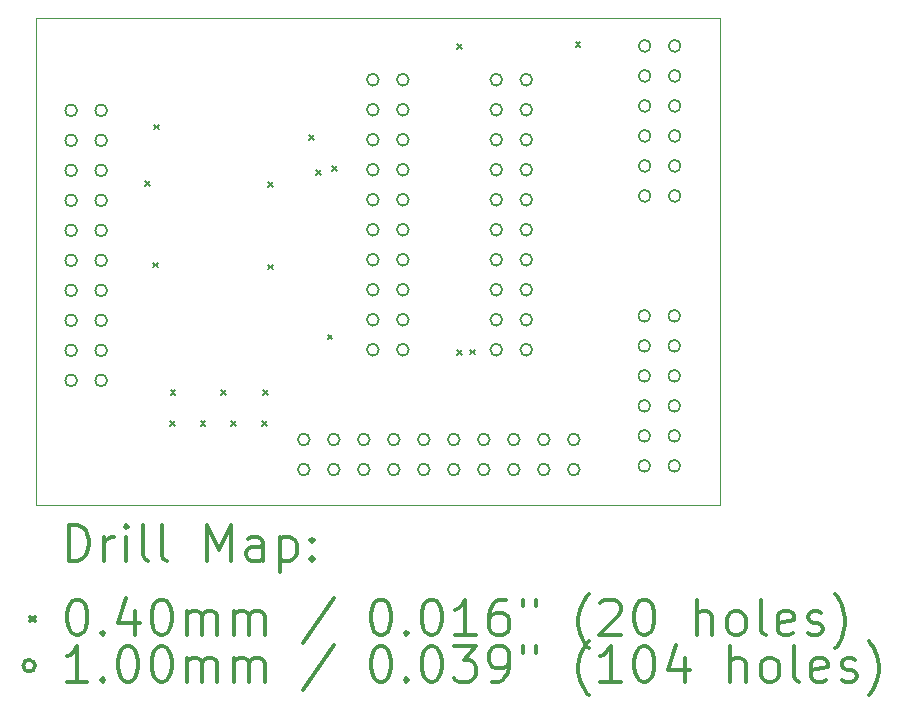
<source format=gbr>
%FSLAX45Y45*%
G04 Gerber Fmt 4.5, Leading zero omitted, Abs format (unit mm)*
G04 Created by KiCad (PCBNEW (5.1.0-165-g615c49315)) date 2019-04-12 11:42:47*
%MOMM*%
%LPD*%
G04 APERTURE LIST*
%ADD10C,0.100000*%
%ADD11C,0.200000*%
%ADD12C,0.300000*%
G04 APERTURE END LIST*
D10*
X10800000Y-10865000D02*
X5010000Y-10865000D01*
X10800000Y-14990000D02*
X10800000Y-10865000D01*
X5010000Y-14990000D02*
X10800000Y-14990000D01*
X5010000Y-10865000D02*
X5010000Y-14990000D01*
D11*
X5937450Y-12248250D02*
X5977450Y-12288250D01*
X5977450Y-12248250D02*
X5937450Y-12288250D01*
X6006000Y-12938000D02*
X6046000Y-12978000D01*
X6046000Y-12938000D02*
X6006000Y-12978000D01*
X6012350Y-11769600D02*
X6052350Y-11809600D01*
X6052350Y-11769600D02*
X6012350Y-11809600D01*
X6145700Y-14277850D02*
X6185700Y-14317850D01*
X6185700Y-14277850D02*
X6145700Y-14317850D01*
X6152050Y-14017500D02*
X6192050Y-14057500D01*
X6192050Y-14017500D02*
X6152050Y-14057500D01*
X6406050Y-14277850D02*
X6446050Y-14317850D01*
X6446050Y-14277850D02*
X6406050Y-14317850D01*
X6577500Y-14017500D02*
X6617500Y-14057500D01*
X6617500Y-14017500D02*
X6577500Y-14057500D01*
X6666400Y-14277850D02*
X6706400Y-14317850D01*
X6706400Y-14277850D02*
X6666400Y-14317850D01*
X6926750Y-14277850D02*
X6966750Y-14317850D01*
X6966750Y-14277850D02*
X6926750Y-14317850D01*
X6933100Y-14017500D02*
X6973100Y-14057500D01*
X6973100Y-14017500D02*
X6933100Y-14057500D01*
X6978820Y-12955780D02*
X7018820Y-12995780D01*
X7018820Y-12955780D02*
X6978820Y-12995780D01*
X6978850Y-12257250D02*
X7018850Y-12297250D01*
X7018850Y-12257250D02*
X6978850Y-12297250D01*
X7326800Y-11861040D02*
X7366800Y-11901040D01*
X7366800Y-11861040D02*
X7326800Y-11901040D01*
X7387386Y-12154036D02*
X7427386Y-12194036D01*
X7427386Y-12154036D02*
X7387386Y-12194036D01*
X7482500Y-13547600D02*
X7522500Y-13587600D01*
X7522500Y-13547600D02*
X7482500Y-13587600D01*
X7517300Y-12118850D02*
X7557300Y-12158850D01*
X7557300Y-12118850D02*
X7517300Y-12158850D01*
X8577750Y-11087500D02*
X8617750Y-11127500D01*
X8617750Y-11087500D02*
X8577750Y-11127500D01*
X8577750Y-13680950D02*
X8617750Y-13720950D01*
X8617750Y-13680950D02*
X8577750Y-13720950D01*
X8685700Y-13674600D02*
X8725700Y-13714600D01*
X8725700Y-13674600D02*
X8685700Y-13714600D01*
X9581050Y-11071100D02*
X9621050Y-11111100D01*
X9621050Y-11071100D02*
X9581050Y-11111100D01*
X10216000Y-11104000D02*
G75*
G03X10216000Y-11104000I-50000J0D01*
G01*
X10216000Y-11358000D02*
G75*
G03X10216000Y-11358000I-50000J0D01*
G01*
X10216000Y-11612000D02*
G75*
G03X10216000Y-11612000I-50000J0D01*
G01*
X10216000Y-11866000D02*
G75*
G03X10216000Y-11866000I-50000J0D01*
G01*
X10216000Y-12120000D02*
G75*
G03X10216000Y-12120000I-50000J0D01*
G01*
X10216000Y-12374000D02*
G75*
G03X10216000Y-12374000I-50000J0D01*
G01*
X10470000Y-11104000D02*
G75*
G03X10470000Y-11104000I-50000J0D01*
G01*
X10470000Y-11358000D02*
G75*
G03X10470000Y-11358000I-50000J0D01*
G01*
X10470000Y-11612000D02*
G75*
G03X10470000Y-11612000I-50000J0D01*
G01*
X10470000Y-11866000D02*
G75*
G03X10470000Y-11866000I-50000J0D01*
G01*
X10470000Y-12120000D02*
G75*
G03X10470000Y-12120000I-50000J0D01*
G01*
X10470000Y-12374000D02*
G75*
G03X10470000Y-12374000I-50000J0D01*
G01*
X10213000Y-13389000D02*
G75*
G03X10213000Y-13389000I-50000J0D01*
G01*
X10213000Y-13643000D02*
G75*
G03X10213000Y-13643000I-50000J0D01*
G01*
X10213000Y-13897000D02*
G75*
G03X10213000Y-13897000I-50000J0D01*
G01*
X10213000Y-14151000D02*
G75*
G03X10213000Y-14151000I-50000J0D01*
G01*
X10213000Y-14405000D02*
G75*
G03X10213000Y-14405000I-50000J0D01*
G01*
X10213000Y-14659000D02*
G75*
G03X10213000Y-14659000I-50000J0D01*
G01*
X10467000Y-13389000D02*
G75*
G03X10467000Y-13389000I-50000J0D01*
G01*
X10467000Y-13643000D02*
G75*
G03X10467000Y-13643000I-50000J0D01*
G01*
X10467000Y-13897000D02*
G75*
G03X10467000Y-13897000I-50000J0D01*
G01*
X10467000Y-14151000D02*
G75*
G03X10467000Y-14151000I-50000J0D01*
G01*
X10467000Y-14405000D02*
G75*
G03X10467000Y-14405000I-50000J0D01*
G01*
X10467000Y-14659000D02*
G75*
G03X10467000Y-14659000I-50000J0D01*
G01*
X5360000Y-11649000D02*
G75*
G03X5360000Y-11649000I-50000J0D01*
G01*
X5360000Y-11903000D02*
G75*
G03X5360000Y-11903000I-50000J0D01*
G01*
X5360000Y-12157000D02*
G75*
G03X5360000Y-12157000I-50000J0D01*
G01*
X5360000Y-12411000D02*
G75*
G03X5360000Y-12411000I-50000J0D01*
G01*
X5360000Y-12665000D02*
G75*
G03X5360000Y-12665000I-50000J0D01*
G01*
X5360000Y-12919000D02*
G75*
G03X5360000Y-12919000I-50000J0D01*
G01*
X5360000Y-13173000D02*
G75*
G03X5360000Y-13173000I-50000J0D01*
G01*
X5360000Y-13427000D02*
G75*
G03X5360000Y-13427000I-50000J0D01*
G01*
X5360000Y-13681000D02*
G75*
G03X5360000Y-13681000I-50000J0D01*
G01*
X5360000Y-13935000D02*
G75*
G03X5360000Y-13935000I-50000J0D01*
G01*
X5614000Y-11649000D02*
G75*
G03X5614000Y-11649000I-50000J0D01*
G01*
X5614000Y-11903000D02*
G75*
G03X5614000Y-11903000I-50000J0D01*
G01*
X5614000Y-12157000D02*
G75*
G03X5614000Y-12157000I-50000J0D01*
G01*
X5614000Y-12411000D02*
G75*
G03X5614000Y-12411000I-50000J0D01*
G01*
X5614000Y-12665000D02*
G75*
G03X5614000Y-12665000I-50000J0D01*
G01*
X5614000Y-12919000D02*
G75*
G03X5614000Y-12919000I-50000J0D01*
G01*
X5614000Y-13173000D02*
G75*
G03X5614000Y-13173000I-50000J0D01*
G01*
X5614000Y-13427000D02*
G75*
G03X5614000Y-13427000I-50000J0D01*
G01*
X5614000Y-13681000D02*
G75*
G03X5614000Y-13681000I-50000J0D01*
G01*
X5614000Y-13935000D02*
G75*
G03X5614000Y-13935000I-50000J0D01*
G01*
X7915000Y-11390000D02*
G75*
G03X7915000Y-11390000I-50000J0D01*
G01*
X7915000Y-11644000D02*
G75*
G03X7915000Y-11644000I-50000J0D01*
G01*
X7915000Y-11898000D02*
G75*
G03X7915000Y-11898000I-50000J0D01*
G01*
X7915000Y-12152000D02*
G75*
G03X7915000Y-12152000I-50000J0D01*
G01*
X7915000Y-12406000D02*
G75*
G03X7915000Y-12406000I-50000J0D01*
G01*
X7915000Y-12660000D02*
G75*
G03X7915000Y-12660000I-50000J0D01*
G01*
X7915000Y-12914000D02*
G75*
G03X7915000Y-12914000I-50000J0D01*
G01*
X7915000Y-13168000D02*
G75*
G03X7915000Y-13168000I-50000J0D01*
G01*
X7915000Y-13422000D02*
G75*
G03X7915000Y-13422000I-50000J0D01*
G01*
X7915000Y-13676000D02*
G75*
G03X7915000Y-13676000I-50000J0D01*
G01*
X8169000Y-11390000D02*
G75*
G03X8169000Y-11390000I-50000J0D01*
G01*
X8169000Y-11644000D02*
G75*
G03X8169000Y-11644000I-50000J0D01*
G01*
X8169000Y-11898000D02*
G75*
G03X8169000Y-11898000I-50000J0D01*
G01*
X8169000Y-12152000D02*
G75*
G03X8169000Y-12152000I-50000J0D01*
G01*
X8169000Y-12406000D02*
G75*
G03X8169000Y-12406000I-50000J0D01*
G01*
X8169000Y-12660000D02*
G75*
G03X8169000Y-12660000I-50000J0D01*
G01*
X8169000Y-12914000D02*
G75*
G03X8169000Y-12914000I-50000J0D01*
G01*
X8169000Y-13168000D02*
G75*
G03X8169000Y-13168000I-50000J0D01*
G01*
X8169000Y-13422000D02*
G75*
G03X8169000Y-13422000I-50000J0D01*
G01*
X8169000Y-13676000D02*
G75*
G03X8169000Y-13676000I-50000J0D01*
G01*
X7330000Y-14436000D02*
G75*
G03X7330000Y-14436000I-50000J0D01*
G01*
X7330000Y-14690000D02*
G75*
G03X7330000Y-14690000I-50000J0D01*
G01*
X7584000Y-14436000D02*
G75*
G03X7584000Y-14436000I-50000J0D01*
G01*
X7584000Y-14690000D02*
G75*
G03X7584000Y-14690000I-50000J0D01*
G01*
X7838000Y-14436000D02*
G75*
G03X7838000Y-14436000I-50000J0D01*
G01*
X7838000Y-14690000D02*
G75*
G03X7838000Y-14690000I-50000J0D01*
G01*
X8092000Y-14436000D02*
G75*
G03X8092000Y-14436000I-50000J0D01*
G01*
X8092000Y-14690000D02*
G75*
G03X8092000Y-14690000I-50000J0D01*
G01*
X8346000Y-14436000D02*
G75*
G03X8346000Y-14436000I-50000J0D01*
G01*
X8346000Y-14690000D02*
G75*
G03X8346000Y-14690000I-50000J0D01*
G01*
X8600000Y-14436000D02*
G75*
G03X8600000Y-14436000I-50000J0D01*
G01*
X8600000Y-14690000D02*
G75*
G03X8600000Y-14690000I-50000J0D01*
G01*
X8854000Y-14436000D02*
G75*
G03X8854000Y-14436000I-50000J0D01*
G01*
X8854000Y-14690000D02*
G75*
G03X8854000Y-14690000I-50000J0D01*
G01*
X9108000Y-14436000D02*
G75*
G03X9108000Y-14436000I-50000J0D01*
G01*
X9108000Y-14690000D02*
G75*
G03X9108000Y-14690000I-50000J0D01*
G01*
X9362000Y-14436000D02*
G75*
G03X9362000Y-14436000I-50000J0D01*
G01*
X9362000Y-14690000D02*
G75*
G03X9362000Y-14690000I-50000J0D01*
G01*
X9616000Y-14436000D02*
G75*
G03X9616000Y-14436000I-50000J0D01*
G01*
X9616000Y-14690000D02*
G75*
G03X9616000Y-14690000I-50000J0D01*
G01*
X8960000Y-11390000D02*
G75*
G03X8960000Y-11390000I-50000J0D01*
G01*
X8960000Y-11644000D02*
G75*
G03X8960000Y-11644000I-50000J0D01*
G01*
X8960000Y-11898000D02*
G75*
G03X8960000Y-11898000I-50000J0D01*
G01*
X8960000Y-12152000D02*
G75*
G03X8960000Y-12152000I-50000J0D01*
G01*
X8960000Y-12406000D02*
G75*
G03X8960000Y-12406000I-50000J0D01*
G01*
X8960000Y-12660000D02*
G75*
G03X8960000Y-12660000I-50000J0D01*
G01*
X8960000Y-12914000D02*
G75*
G03X8960000Y-12914000I-50000J0D01*
G01*
X8960000Y-13168000D02*
G75*
G03X8960000Y-13168000I-50000J0D01*
G01*
X8960000Y-13422000D02*
G75*
G03X8960000Y-13422000I-50000J0D01*
G01*
X8960000Y-13676000D02*
G75*
G03X8960000Y-13676000I-50000J0D01*
G01*
X9214000Y-11390000D02*
G75*
G03X9214000Y-11390000I-50000J0D01*
G01*
X9214000Y-11644000D02*
G75*
G03X9214000Y-11644000I-50000J0D01*
G01*
X9214000Y-11898000D02*
G75*
G03X9214000Y-11898000I-50000J0D01*
G01*
X9214000Y-12152000D02*
G75*
G03X9214000Y-12152000I-50000J0D01*
G01*
X9214000Y-12406000D02*
G75*
G03X9214000Y-12406000I-50000J0D01*
G01*
X9214000Y-12660000D02*
G75*
G03X9214000Y-12660000I-50000J0D01*
G01*
X9214000Y-12914000D02*
G75*
G03X9214000Y-12914000I-50000J0D01*
G01*
X9214000Y-13168000D02*
G75*
G03X9214000Y-13168000I-50000J0D01*
G01*
X9214000Y-13422000D02*
G75*
G03X9214000Y-13422000I-50000J0D01*
G01*
X9214000Y-13676000D02*
G75*
G03X9214000Y-13676000I-50000J0D01*
G01*
D12*
X5291428Y-15460714D02*
X5291428Y-15160714D01*
X5362857Y-15160714D01*
X5405714Y-15175000D01*
X5434286Y-15203571D01*
X5448571Y-15232143D01*
X5462857Y-15289286D01*
X5462857Y-15332143D01*
X5448571Y-15389286D01*
X5434286Y-15417857D01*
X5405714Y-15446429D01*
X5362857Y-15460714D01*
X5291428Y-15460714D01*
X5591428Y-15460714D02*
X5591428Y-15260714D01*
X5591428Y-15317857D02*
X5605714Y-15289286D01*
X5620000Y-15275000D01*
X5648571Y-15260714D01*
X5677143Y-15260714D01*
X5777143Y-15460714D02*
X5777143Y-15260714D01*
X5777143Y-15160714D02*
X5762857Y-15175000D01*
X5777143Y-15189286D01*
X5791428Y-15175000D01*
X5777143Y-15160714D01*
X5777143Y-15189286D01*
X5962857Y-15460714D02*
X5934286Y-15446429D01*
X5920000Y-15417857D01*
X5920000Y-15160714D01*
X6120000Y-15460714D02*
X6091428Y-15446429D01*
X6077143Y-15417857D01*
X6077143Y-15160714D01*
X6462857Y-15460714D02*
X6462857Y-15160714D01*
X6562857Y-15375000D01*
X6662857Y-15160714D01*
X6662857Y-15460714D01*
X6934286Y-15460714D02*
X6934286Y-15303571D01*
X6920000Y-15275000D01*
X6891428Y-15260714D01*
X6834286Y-15260714D01*
X6805714Y-15275000D01*
X6934286Y-15446429D02*
X6905714Y-15460714D01*
X6834286Y-15460714D01*
X6805714Y-15446429D01*
X6791428Y-15417857D01*
X6791428Y-15389286D01*
X6805714Y-15360714D01*
X6834286Y-15346429D01*
X6905714Y-15346429D01*
X6934286Y-15332143D01*
X7077143Y-15260714D02*
X7077143Y-15560714D01*
X7077143Y-15275000D02*
X7105714Y-15260714D01*
X7162857Y-15260714D01*
X7191428Y-15275000D01*
X7205714Y-15289286D01*
X7220000Y-15317857D01*
X7220000Y-15403571D01*
X7205714Y-15432143D01*
X7191428Y-15446429D01*
X7162857Y-15460714D01*
X7105714Y-15460714D01*
X7077143Y-15446429D01*
X7348571Y-15432143D02*
X7362857Y-15446429D01*
X7348571Y-15460714D01*
X7334286Y-15446429D01*
X7348571Y-15432143D01*
X7348571Y-15460714D01*
X7348571Y-15275000D02*
X7362857Y-15289286D01*
X7348571Y-15303571D01*
X7334286Y-15289286D01*
X7348571Y-15275000D01*
X7348571Y-15303571D01*
X4965000Y-15935000D02*
X5005000Y-15975000D01*
X5005000Y-15935000D02*
X4965000Y-15975000D01*
X5348571Y-15790714D02*
X5377143Y-15790714D01*
X5405714Y-15805000D01*
X5420000Y-15819286D01*
X5434286Y-15847857D01*
X5448571Y-15905000D01*
X5448571Y-15976429D01*
X5434286Y-16033571D01*
X5420000Y-16062143D01*
X5405714Y-16076429D01*
X5377143Y-16090714D01*
X5348571Y-16090714D01*
X5320000Y-16076429D01*
X5305714Y-16062143D01*
X5291428Y-16033571D01*
X5277143Y-15976429D01*
X5277143Y-15905000D01*
X5291428Y-15847857D01*
X5305714Y-15819286D01*
X5320000Y-15805000D01*
X5348571Y-15790714D01*
X5577143Y-16062143D02*
X5591428Y-16076429D01*
X5577143Y-16090714D01*
X5562857Y-16076429D01*
X5577143Y-16062143D01*
X5577143Y-16090714D01*
X5848571Y-15890714D02*
X5848571Y-16090714D01*
X5777143Y-15776429D02*
X5705714Y-15990714D01*
X5891428Y-15990714D01*
X6062857Y-15790714D02*
X6091428Y-15790714D01*
X6120000Y-15805000D01*
X6134286Y-15819286D01*
X6148571Y-15847857D01*
X6162857Y-15905000D01*
X6162857Y-15976429D01*
X6148571Y-16033571D01*
X6134286Y-16062143D01*
X6120000Y-16076429D01*
X6091428Y-16090714D01*
X6062857Y-16090714D01*
X6034286Y-16076429D01*
X6020000Y-16062143D01*
X6005714Y-16033571D01*
X5991428Y-15976429D01*
X5991428Y-15905000D01*
X6005714Y-15847857D01*
X6020000Y-15819286D01*
X6034286Y-15805000D01*
X6062857Y-15790714D01*
X6291428Y-16090714D02*
X6291428Y-15890714D01*
X6291428Y-15919286D02*
X6305714Y-15905000D01*
X6334286Y-15890714D01*
X6377143Y-15890714D01*
X6405714Y-15905000D01*
X6420000Y-15933571D01*
X6420000Y-16090714D01*
X6420000Y-15933571D02*
X6434286Y-15905000D01*
X6462857Y-15890714D01*
X6505714Y-15890714D01*
X6534286Y-15905000D01*
X6548571Y-15933571D01*
X6548571Y-16090714D01*
X6691428Y-16090714D02*
X6691428Y-15890714D01*
X6691428Y-15919286D02*
X6705714Y-15905000D01*
X6734286Y-15890714D01*
X6777143Y-15890714D01*
X6805714Y-15905000D01*
X6820000Y-15933571D01*
X6820000Y-16090714D01*
X6820000Y-15933571D02*
X6834286Y-15905000D01*
X6862857Y-15890714D01*
X6905714Y-15890714D01*
X6934286Y-15905000D01*
X6948571Y-15933571D01*
X6948571Y-16090714D01*
X7534286Y-15776429D02*
X7277143Y-16162143D01*
X7920000Y-15790714D02*
X7948571Y-15790714D01*
X7977143Y-15805000D01*
X7991428Y-15819286D01*
X8005714Y-15847857D01*
X8020000Y-15905000D01*
X8020000Y-15976429D01*
X8005714Y-16033571D01*
X7991428Y-16062143D01*
X7977143Y-16076429D01*
X7948571Y-16090714D01*
X7920000Y-16090714D01*
X7891428Y-16076429D01*
X7877143Y-16062143D01*
X7862857Y-16033571D01*
X7848571Y-15976429D01*
X7848571Y-15905000D01*
X7862857Y-15847857D01*
X7877143Y-15819286D01*
X7891428Y-15805000D01*
X7920000Y-15790714D01*
X8148571Y-16062143D02*
X8162857Y-16076429D01*
X8148571Y-16090714D01*
X8134286Y-16076429D01*
X8148571Y-16062143D01*
X8148571Y-16090714D01*
X8348571Y-15790714D02*
X8377143Y-15790714D01*
X8405714Y-15805000D01*
X8420000Y-15819286D01*
X8434286Y-15847857D01*
X8448571Y-15905000D01*
X8448571Y-15976429D01*
X8434286Y-16033571D01*
X8420000Y-16062143D01*
X8405714Y-16076429D01*
X8377143Y-16090714D01*
X8348571Y-16090714D01*
X8320000Y-16076429D01*
X8305714Y-16062143D01*
X8291428Y-16033571D01*
X8277143Y-15976429D01*
X8277143Y-15905000D01*
X8291428Y-15847857D01*
X8305714Y-15819286D01*
X8320000Y-15805000D01*
X8348571Y-15790714D01*
X8734286Y-16090714D02*
X8562857Y-16090714D01*
X8648571Y-16090714D02*
X8648571Y-15790714D01*
X8620000Y-15833571D01*
X8591428Y-15862143D01*
X8562857Y-15876429D01*
X8991428Y-15790714D02*
X8934286Y-15790714D01*
X8905714Y-15805000D01*
X8891428Y-15819286D01*
X8862857Y-15862143D01*
X8848571Y-15919286D01*
X8848571Y-16033571D01*
X8862857Y-16062143D01*
X8877143Y-16076429D01*
X8905714Y-16090714D01*
X8962857Y-16090714D01*
X8991428Y-16076429D01*
X9005714Y-16062143D01*
X9020000Y-16033571D01*
X9020000Y-15962143D01*
X9005714Y-15933571D01*
X8991428Y-15919286D01*
X8962857Y-15905000D01*
X8905714Y-15905000D01*
X8877143Y-15919286D01*
X8862857Y-15933571D01*
X8848571Y-15962143D01*
X9134286Y-15790714D02*
X9134286Y-15847857D01*
X9248571Y-15790714D02*
X9248571Y-15847857D01*
X9691428Y-16205000D02*
X9677143Y-16190714D01*
X9648571Y-16147857D01*
X9634286Y-16119286D01*
X9620000Y-16076429D01*
X9605714Y-16005000D01*
X9605714Y-15947857D01*
X9620000Y-15876429D01*
X9634286Y-15833571D01*
X9648571Y-15805000D01*
X9677143Y-15762143D01*
X9691428Y-15747857D01*
X9791428Y-15819286D02*
X9805714Y-15805000D01*
X9834286Y-15790714D01*
X9905714Y-15790714D01*
X9934286Y-15805000D01*
X9948571Y-15819286D01*
X9962857Y-15847857D01*
X9962857Y-15876429D01*
X9948571Y-15919286D01*
X9777143Y-16090714D01*
X9962857Y-16090714D01*
X10148571Y-15790714D02*
X10177143Y-15790714D01*
X10205714Y-15805000D01*
X10220000Y-15819286D01*
X10234286Y-15847857D01*
X10248571Y-15905000D01*
X10248571Y-15976429D01*
X10234286Y-16033571D01*
X10220000Y-16062143D01*
X10205714Y-16076429D01*
X10177143Y-16090714D01*
X10148571Y-16090714D01*
X10120000Y-16076429D01*
X10105714Y-16062143D01*
X10091428Y-16033571D01*
X10077143Y-15976429D01*
X10077143Y-15905000D01*
X10091428Y-15847857D01*
X10105714Y-15819286D01*
X10120000Y-15805000D01*
X10148571Y-15790714D01*
X10605714Y-16090714D02*
X10605714Y-15790714D01*
X10734286Y-16090714D02*
X10734286Y-15933571D01*
X10720000Y-15905000D01*
X10691428Y-15890714D01*
X10648571Y-15890714D01*
X10620000Y-15905000D01*
X10605714Y-15919286D01*
X10920000Y-16090714D02*
X10891428Y-16076429D01*
X10877143Y-16062143D01*
X10862857Y-16033571D01*
X10862857Y-15947857D01*
X10877143Y-15919286D01*
X10891428Y-15905000D01*
X10920000Y-15890714D01*
X10962857Y-15890714D01*
X10991428Y-15905000D01*
X11005714Y-15919286D01*
X11020000Y-15947857D01*
X11020000Y-16033571D01*
X11005714Y-16062143D01*
X10991428Y-16076429D01*
X10962857Y-16090714D01*
X10920000Y-16090714D01*
X11191428Y-16090714D02*
X11162857Y-16076429D01*
X11148571Y-16047857D01*
X11148571Y-15790714D01*
X11420000Y-16076429D02*
X11391428Y-16090714D01*
X11334286Y-16090714D01*
X11305714Y-16076429D01*
X11291428Y-16047857D01*
X11291428Y-15933571D01*
X11305714Y-15905000D01*
X11334286Y-15890714D01*
X11391428Y-15890714D01*
X11420000Y-15905000D01*
X11434286Y-15933571D01*
X11434286Y-15962143D01*
X11291428Y-15990714D01*
X11548571Y-16076429D02*
X11577143Y-16090714D01*
X11634286Y-16090714D01*
X11662857Y-16076429D01*
X11677143Y-16047857D01*
X11677143Y-16033571D01*
X11662857Y-16005000D01*
X11634286Y-15990714D01*
X11591428Y-15990714D01*
X11562857Y-15976429D01*
X11548571Y-15947857D01*
X11548571Y-15933571D01*
X11562857Y-15905000D01*
X11591428Y-15890714D01*
X11634286Y-15890714D01*
X11662857Y-15905000D01*
X11777143Y-16205000D02*
X11791428Y-16190714D01*
X11820000Y-16147857D01*
X11834286Y-16119286D01*
X11848571Y-16076429D01*
X11862857Y-16005000D01*
X11862857Y-15947857D01*
X11848571Y-15876429D01*
X11834286Y-15833571D01*
X11820000Y-15805000D01*
X11791428Y-15762143D01*
X11777143Y-15747857D01*
X5005000Y-16351000D02*
G75*
G03X5005000Y-16351000I-50000J0D01*
G01*
X5448571Y-16486714D02*
X5277143Y-16486714D01*
X5362857Y-16486714D02*
X5362857Y-16186714D01*
X5334286Y-16229571D01*
X5305714Y-16258143D01*
X5277143Y-16272429D01*
X5577143Y-16458143D02*
X5591428Y-16472429D01*
X5577143Y-16486714D01*
X5562857Y-16472429D01*
X5577143Y-16458143D01*
X5577143Y-16486714D01*
X5777143Y-16186714D02*
X5805714Y-16186714D01*
X5834286Y-16201000D01*
X5848571Y-16215286D01*
X5862857Y-16243857D01*
X5877143Y-16301000D01*
X5877143Y-16372429D01*
X5862857Y-16429571D01*
X5848571Y-16458143D01*
X5834286Y-16472429D01*
X5805714Y-16486714D01*
X5777143Y-16486714D01*
X5748571Y-16472429D01*
X5734286Y-16458143D01*
X5720000Y-16429571D01*
X5705714Y-16372429D01*
X5705714Y-16301000D01*
X5720000Y-16243857D01*
X5734286Y-16215286D01*
X5748571Y-16201000D01*
X5777143Y-16186714D01*
X6062857Y-16186714D02*
X6091428Y-16186714D01*
X6120000Y-16201000D01*
X6134286Y-16215286D01*
X6148571Y-16243857D01*
X6162857Y-16301000D01*
X6162857Y-16372429D01*
X6148571Y-16429571D01*
X6134286Y-16458143D01*
X6120000Y-16472429D01*
X6091428Y-16486714D01*
X6062857Y-16486714D01*
X6034286Y-16472429D01*
X6020000Y-16458143D01*
X6005714Y-16429571D01*
X5991428Y-16372429D01*
X5991428Y-16301000D01*
X6005714Y-16243857D01*
X6020000Y-16215286D01*
X6034286Y-16201000D01*
X6062857Y-16186714D01*
X6291428Y-16486714D02*
X6291428Y-16286714D01*
X6291428Y-16315286D02*
X6305714Y-16301000D01*
X6334286Y-16286714D01*
X6377143Y-16286714D01*
X6405714Y-16301000D01*
X6420000Y-16329571D01*
X6420000Y-16486714D01*
X6420000Y-16329571D02*
X6434286Y-16301000D01*
X6462857Y-16286714D01*
X6505714Y-16286714D01*
X6534286Y-16301000D01*
X6548571Y-16329571D01*
X6548571Y-16486714D01*
X6691428Y-16486714D02*
X6691428Y-16286714D01*
X6691428Y-16315286D02*
X6705714Y-16301000D01*
X6734286Y-16286714D01*
X6777143Y-16286714D01*
X6805714Y-16301000D01*
X6820000Y-16329571D01*
X6820000Y-16486714D01*
X6820000Y-16329571D02*
X6834286Y-16301000D01*
X6862857Y-16286714D01*
X6905714Y-16286714D01*
X6934286Y-16301000D01*
X6948571Y-16329571D01*
X6948571Y-16486714D01*
X7534286Y-16172429D02*
X7277143Y-16558143D01*
X7920000Y-16186714D02*
X7948571Y-16186714D01*
X7977143Y-16201000D01*
X7991428Y-16215286D01*
X8005714Y-16243857D01*
X8020000Y-16301000D01*
X8020000Y-16372429D01*
X8005714Y-16429571D01*
X7991428Y-16458143D01*
X7977143Y-16472429D01*
X7948571Y-16486714D01*
X7920000Y-16486714D01*
X7891428Y-16472429D01*
X7877143Y-16458143D01*
X7862857Y-16429571D01*
X7848571Y-16372429D01*
X7848571Y-16301000D01*
X7862857Y-16243857D01*
X7877143Y-16215286D01*
X7891428Y-16201000D01*
X7920000Y-16186714D01*
X8148571Y-16458143D02*
X8162857Y-16472429D01*
X8148571Y-16486714D01*
X8134286Y-16472429D01*
X8148571Y-16458143D01*
X8148571Y-16486714D01*
X8348571Y-16186714D02*
X8377143Y-16186714D01*
X8405714Y-16201000D01*
X8420000Y-16215286D01*
X8434286Y-16243857D01*
X8448571Y-16301000D01*
X8448571Y-16372429D01*
X8434286Y-16429571D01*
X8420000Y-16458143D01*
X8405714Y-16472429D01*
X8377143Y-16486714D01*
X8348571Y-16486714D01*
X8320000Y-16472429D01*
X8305714Y-16458143D01*
X8291428Y-16429571D01*
X8277143Y-16372429D01*
X8277143Y-16301000D01*
X8291428Y-16243857D01*
X8305714Y-16215286D01*
X8320000Y-16201000D01*
X8348571Y-16186714D01*
X8548571Y-16186714D02*
X8734286Y-16186714D01*
X8634286Y-16301000D01*
X8677143Y-16301000D01*
X8705714Y-16315286D01*
X8720000Y-16329571D01*
X8734286Y-16358143D01*
X8734286Y-16429571D01*
X8720000Y-16458143D01*
X8705714Y-16472429D01*
X8677143Y-16486714D01*
X8591428Y-16486714D01*
X8562857Y-16472429D01*
X8548571Y-16458143D01*
X8877143Y-16486714D02*
X8934286Y-16486714D01*
X8962857Y-16472429D01*
X8977143Y-16458143D01*
X9005714Y-16415286D01*
X9020000Y-16358143D01*
X9020000Y-16243857D01*
X9005714Y-16215286D01*
X8991428Y-16201000D01*
X8962857Y-16186714D01*
X8905714Y-16186714D01*
X8877143Y-16201000D01*
X8862857Y-16215286D01*
X8848571Y-16243857D01*
X8848571Y-16315286D01*
X8862857Y-16343857D01*
X8877143Y-16358143D01*
X8905714Y-16372429D01*
X8962857Y-16372429D01*
X8991428Y-16358143D01*
X9005714Y-16343857D01*
X9020000Y-16315286D01*
X9134286Y-16186714D02*
X9134286Y-16243857D01*
X9248571Y-16186714D02*
X9248571Y-16243857D01*
X9691428Y-16601000D02*
X9677143Y-16586714D01*
X9648571Y-16543857D01*
X9634286Y-16515286D01*
X9620000Y-16472429D01*
X9605714Y-16401000D01*
X9605714Y-16343857D01*
X9620000Y-16272429D01*
X9634286Y-16229571D01*
X9648571Y-16201000D01*
X9677143Y-16158143D01*
X9691428Y-16143857D01*
X9962857Y-16486714D02*
X9791428Y-16486714D01*
X9877143Y-16486714D02*
X9877143Y-16186714D01*
X9848571Y-16229571D01*
X9820000Y-16258143D01*
X9791428Y-16272429D01*
X10148571Y-16186714D02*
X10177143Y-16186714D01*
X10205714Y-16201000D01*
X10220000Y-16215286D01*
X10234286Y-16243857D01*
X10248571Y-16301000D01*
X10248571Y-16372429D01*
X10234286Y-16429571D01*
X10220000Y-16458143D01*
X10205714Y-16472429D01*
X10177143Y-16486714D01*
X10148571Y-16486714D01*
X10120000Y-16472429D01*
X10105714Y-16458143D01*
X10091428Y-16429571D01*
X10077143Y-16372429D01*
X10077143Y-16301000D01*
X10091428Y-16243857D01*
X10105714Y-16215286D01*
X10120000Y-16201000D01*
X10148571Y-16186714D01*
X10505714Y-16286714D02*
X10505714Y-16486714D01*
X10434286Y-16172429D02*
X10362857Y-16386714D01*
X10548571Y-16386714D01*
X10891428Y-16486714D02*
X10891428Y-16186714D01*
X11020000Y-16486714D02*
X11020000Y-16329571D01*
X11005714Y-16301000D01*
X10977143Y-16286714D01*
X10934286Y-16286714D01*
X10905714Y-16301000D01*
X10891428Y-16315286D01*
X11205714Y-16486714D02*
X11177143Y-16472429D01*
X11162857Y-16458143D01*
X11148571Y-16429571D01*
X11148571Y-16343857D01*
X11162857Y-16315286D01*
X11177143Y-16301000D01*
X11205714Y-16286714D01*
X11248571Y-16286714D01*
X11277143Y-16301000D01*
X11291428Y-16315286D01*
X11305714Y-16343857D01*
X11305714Y-16429571D01*
X11291428Y-16458143D01*
X11277143Y-16472429D01*
X11248571Y-16486714D01*
X11205714Y-16486714D01*
X11477143Y-16486714D02*
X11448571Y-16472429D01*
X11434286Y-16443857D01*
X11434286Y-16186714D01*
X11705714Y-16472429D02*
X11677143Y-16486714D01*
X11620000Y-16486714D01*
X11591428Y-16472429D01*
X11577143Y-16443857D01*
X11577143Y-16329571D01*
X11591428Y-16301000D01*
X11620000Y-16286714D01*
X11677143Y-16286714D01*
X11705714Y-16301000D01*
X11720000Y-16329571D01*
X11720000Y-16358143D01*
X11577143Y-16386714D01*
X11834286Y-16472429D02*
X11862857Y-16486714D01*
X11920000Y-16486714D01*
X11948571Y-16472429D01*
X11962857Y-16443857D01*
X11962857Y-16429571D01*
X11948571Y-16401000D01*
X11920000Y-16386714D01*
X11877143Y-16386714D01*
X11848571Y-16372429D01*
X11834286Y-16343857D01*
X11834286Y-16329571D01*
X11848571Y-16301000D01*
X11877143Y-16286714D01*
X11920000Y-16286714D01*
X11948571Y-16301000D01*
X12062857Y-16601000D02*
X12077143Y-16586714D01*
X12105714Y-16543857D01*
X12120000Y-16515286D01*
X12134286Y-16472429D01*
X12148571Y-16401000D01*
X12148571Y-16343857D01*
X12134286Y-16272429D01*
X12120000Y-16229571D01*
X12105714Y-16201000D01*
X12077143Y-16158143D01*
X12062857Y-16143857D01*
M02*

</source>
